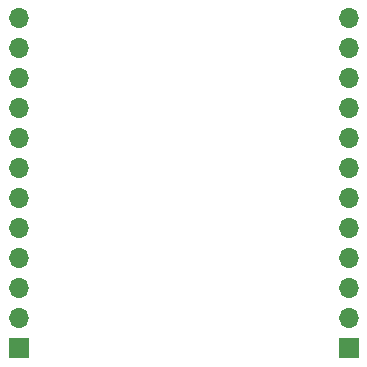
<source format=gbr>
%TF.GenerationSoftware,KiCad,Pcbnew,5.1.9-73d0e3b20d~88~ubuntu20.04.1*%
%TF.CreationDate,2021-04-17T15:00:08+02:00*%
%TF.ProjectId,e18sock,65313873-6f63-46b2-9e6b-696361645f70,rev?*%
%TF.SameCoordinates,Original*%
%TF.FileFunction,Copper,L2,Bot*%
%TF.FilePolarity,Positive*%
%FSLAX46Y46*%
G04 Gerber Fmt 4.6, Leading zero omitted, Abs format (unit mm)*
G04 Created by KiCad (PCBNEW 5.1.9-73d0e3b20d~88~ubuntu20.04.1) date 2021-04-17 15:00:08*
%MOMM*%
%LPD*%
G01*
G04 APERTURE LIST*
%TA.AperFunction,ComponentPad*%
%ADD10O,1.700000X1.700000*%
%TD*%
%TA.AperFunction,ComponentPad*%
%ADD11R,1.700000X1.700000*%
%TD*%
G04 APERTURE END LIST*
D10*
%TO.P, ,12*%
%TO.N,N/C*%
X144780000Y-35560000D03*
%TO.P, ,11*%
X144780000Y-38100000D03*
%TO.P, ,10*%
X144780000Y-40640000D03*
%TO.P, ,9*%
X144780000Y-43180000D03*
%TO.P, ,8*%
X144780000Y-45720000D03*
%TO.P, ,7*%
X144780000Y-48260000D03*
%TO.P, ,6*%
X144780000Y-50800000D03*
%TO.P, ,5*%
X144780000Y-53340000D03*
%TO.P, ,4*%
X144780000Y-55880000D03*
%TO.P, ,3*%
X144780000Y-58420000D03*
%TO.P, ,2*%
X144780000Y-60960000D03*
D11*
%TO.P, ,1*%
X144780000Y-63500000D03*
%TD*%
D10*
%TO.P, ,12*%
%TO.N,N/C*%
X116840000Y-35560000D03*
%TO.P, ,11*%
X116840000Y-38100000D03*
%TO.P, ,10*%
X116840000Y-40640000D03*
%TO.P, ,9*%
X116840000Y-43180000D03*
%TO.P, ,8*%
X116840000Y-45720000D03*
%TO.P, ,7*%
X116840000Y-48260000D03*
%TO.P, ,6*%
X116840000Y-50800000D03*
%TO.P, ,5*%
X116840000Y-53340000D03*
%TO.P, ,4*%
X116840000Y-55880000D03*
%TO.P, ,3*%
X116840000Y-58420000D03*
%TO.P, ,2*%
X116840000Y-60960000D03*
D11*
%TO.P, ,1*%
X116840000Y-63500000D03*
%TD*%
M02*

</source>
